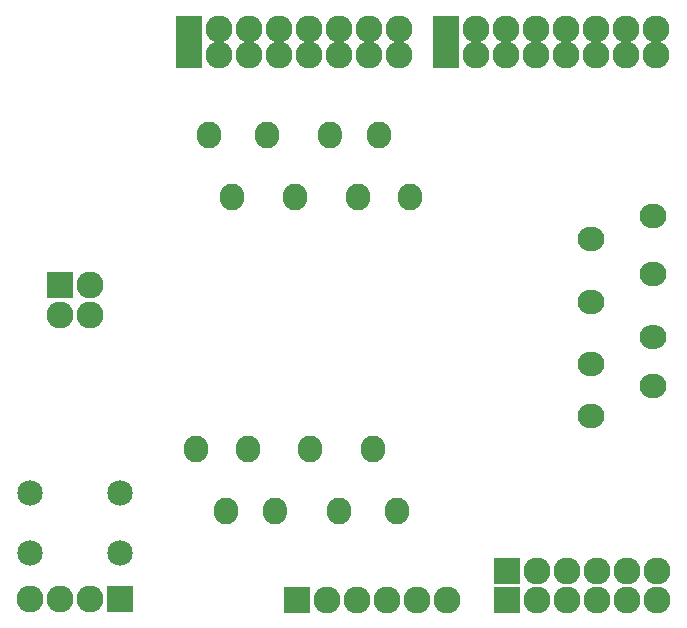
<source format=gbs>
G04 (created by PCBNEW-RS274X (2011-nov-30)-testing) date Wed 06 Jun 2012 08:38:00 PM EDT*
%MOIN*%
G04 Gerber Fmt 3.4, Leading zero omitted, Abs format*
%FSLAX34Y34*%
G01*
G70*
G90*
G04 APERTURE LIST*
%ADD10C,0.006*%
%ADD11R,0.09X0.09*%
%ADD12C,0.09*%
%ADD13C,0.085*%
%ADD14O,0.089X0.0811*%
%ADD15O,0.0889X0.081*%
%ADD16O,0.0811X0.089*%
%ADD17O,0.081X0.0889*%
G04 APERTURE END LIST*
G54D10*
G54D11*
X5996Y480D03*
G54D12*
X6996Y480D03*
X7996Y480D03*
X8996Y480D03*
X9996Y480D03*
X10996Y480D03*
G54D11*
X-1880Y10980D03*
G54D12*
X-880Y10980D03*
X-1880Y9980D03*
X-880Y9980D03*
G54D13*
X-2900Y2040D03*
X-2900Y4040D03*
X100Y2040D03*
X100Y4040D03*
G54D11*
X2420Y18640D03*
G54D12*
X3420Y18640D03*
X4420Y18640D03*
X5420Y18640D03*
X6420Y18640D03*
X7420Y18640D03*
X8420Y18640D03*
X9420Y18640D03*
G54D11*
X10980Y19509D03*
G54D12*
X11980Y19509D03*
X12980Y19509D03*
X13980Y19509D03*
X14980Y19509D03*
X15980Y19509D03*
X16980Y19509D03*
X17980Y19509D03*
G54D11*
X10970Y18640D03*
G54D12*
X11970Y18640D03*
X12970Y18640D03*
X13970Y18640D03*
X14970Y18640D03*
X15970Y18640D03*
X16970Y18640D03*
X17970Y18640D03*
G54D11*
X2398Y19508D03*
G54D12*
X3398Y19508D03*
X4398Y19508D03*
X5398Y19508D03*
X6398Y19508D03*
X7398Y19508D03*
X8398Y19508D03*
X9398Y19508D03*
G54D11*
X13004Y480D03*
G54D12*
X14004Y480D03*
X15004Y480D03*
X16004Y480D03*
X17004Y480D03*
X18004Y480D03*
G54D11*
X13004Y1425D03*
G54D12*
X14004Y1425D03*
X15004Y1425D03*
X16004Y1425D03*
X17004Y1425D03*
X18004Y1425D03*
G54D11*
X100Y500D03*
G54D12*
X-900Y500D03*
X-1900Y500D03*
X-2900Y500D03*
G54D14*
X17866Y13277D03*
X15818Y12488D03*
X17866Y11348D03*
X15818Y10402D03*
G54D15*
X17866Y9223D03*
G54D14*
X15818Y8315D03*
X17866Y7607D03*
X15818Y6583D03*
G54D16*
X9322Y3435D03*
X8533Y5483D03*
X7393Y3435D03*
X6447Y5483D03*
G54D17*
X5268Y3435D03*
G54D16*
X4360Y5483D03*
X3652Y3435D03*
X2628Y5483D03*
X3062Y15952D03*
X3851Y13904D03*
X4991Y15952D03*
X5937Y13904D03*
G54D17*
X7116Y15952D03*
G54D16*
X8024Y13904D03*
X8732Y15952D03*
X9756Y13904D03*
M02*

</source>
